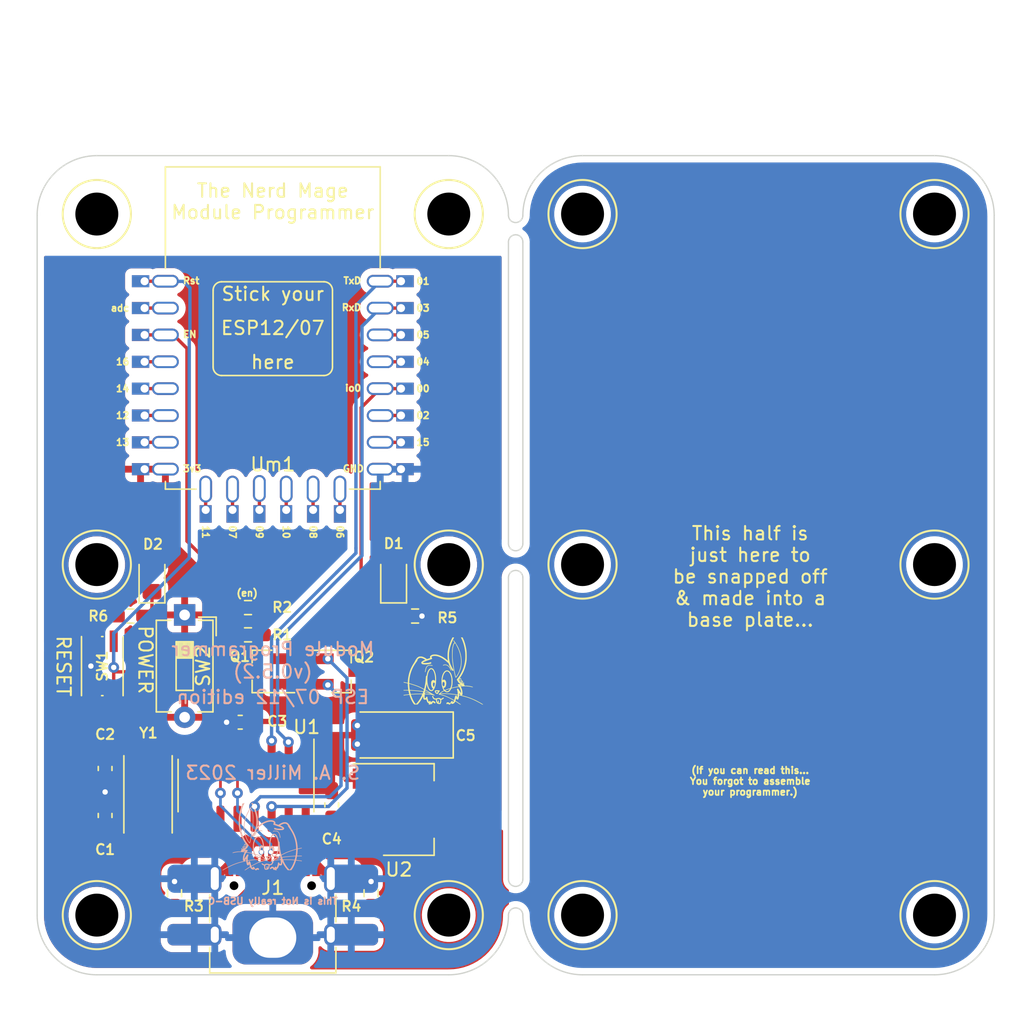
<source format=kicad_pcb>
(kicad_pcb (version 20211014) (generator pcbnew)
  (layers (0 "F.Cu" signal) (31 "B.Cu" signal) (34 "B.Paste" user) (35 "F.Paste" user) (36 "B.SilkS" user "B.Silkscreen") (37 "F.SilkS" user "F.Silkscreen") (38 "B.Mask" user) (39 "F.Mask" user) (44 "Edge.Cuts" user))
  (net 0 "")
  (net 1 "GND")
  (net 2 "Net-(C1-Pad1)")
  (net 3 "Net-(C2-Pad1)")
  (net 4 "RxD")
  (net 5 "TxD")
  (net 6 "RST")
  (net 7 "io0")
  (net 8 "DCD")
  (net 9 "RI")
  (net 10 "DSR")
  (net 11 "CTS")
  (net 12 "DTR")
  (net 13 "RTS")
  (net 14 "Vcc")
  (net 15 "UD+")
  (net 16 "UD-")
  (net 17 "+3.3V")
  (net 19 "EN")
  (net 20 "Vsw")
  (net 23 "CC1")
  (net 24 "CC2")
  (net 25 "Net-(D1-Pad1)")
  (net 26 "Net-(D2-Pad1)")
  (net 27 "unconnected-(Um1-Pad2)")
  (net 28 "io16")
  (net 29 "io14")
  (net 30 "io12")
  (net 31 "io13")
  (net 32 "unconnected-(Um1-Pad10)")
  (net 33 "io2")
  (net 34 "io4")
  (net 35 "unconnected-(Um1-Pad14)")
  (net 36 "unconnected-(Um1-Pad17)")
  (net 37 "unconnected-(Um1-Pad18)")
  (net 38 "unconnected-(Um1-Pad19)")
  (net 39 "unconnected-(Um1-Pad20)")
  (net 40 "unconnected-(Um1-Pad21)")
  (net 41 "unconnected-(Um1-Pad22)")
  (footprint "Tinker:Mount" (layer "F.Cu") (at 163.108 67.919546)
    (fp_text reference "REF**" hide)
    (fp_text value "Mount" hide)
    (pad "" np_thru_hole circle (at 0 0) (size 3.2 3.2) (drill 3.2) (layers *.Mask))
  )
  (footprint "Tinker:C_0603_1608Metric_Pad1.08x0.95mm_HandSolder" (layer "F.Cu") (at 137.51 109.217455 -90)
    (fp_text reference "C2" (at -2.54 0) (layer "F.SilkS") (effects (font (size 0.75 0.75))))
    (fp_text value "20p")
    (pad "1" smd roundrect (at -1.0625 0 270) (size 1.275 0.95) (layers "F.Cu" "F.Paste" "F.Mask") (net 3 "Net-(C2-Pad1)"))
    (pad "2" smd roundrect (at 1.0625 0 270) (size 1.275 0.95) (layers "F.Cu" "F.Paste" "F.Mask") (net 1 "GND"))
  )
  (footprint "Capacitor_Tantalum_SMD:CP_EIA-6032-28_Kemet-C_Pad2.25x2.35mm_HandSolder" (layer "F.Cu") (at 159.505545 106.722019 180)
    (fp_text reference "C5" (at -4.857981 -0.04394) (layer "F.SilkS") (effects (font (size 0.75 0.75))))
    (fp_text value "22uf")
    (pad "1" smd roundrect (at -2.55 0 180) (size 2.25 2.35) (layers "F.Cu" "F.Paste" "F.Mask") (roundrect_rratio 0.1111111111) (net 17 "+3.3V"))
    (pad "2" smd roundrect (at 2.55 0 180) (size 2.25 2.35) (layers "F.Cu" "F.Paste" "F.Mask") (roundrect_rratio 0.1111111111) (net 1 "GND"))
  )
  (footprint "Tinker:Mount" (layer "F.Cu") (at 136.892 120.139455)
    (fp_text reference "REF**" hide)
    (fp_text value "Mount" hide)
    (pad "" np_thru_hole circle (at 0 0) (size 3.2 3.2) (drill 3.2) (layers *.Mask))
  )
  (footprint "Tinker:USB_C_Receptacle_HRO_TYPE-C-31-M-12" (layer "F.Cu") (at 150 120.547455)
    (fp_text reference "J1" (at 0 -2.44) (layer "F.SilkS"))
    (fp_text value "USB_C_Receptacle_USB2.0")
    (pad "" np_thru_hole circle (at -2.89 -2.6) (size 0.65 0.65) (drill 0.65) (layers *.Mask))
    (pad "" np_thru_hole circle (at 2.89 -2.6) (size 0.65 0.65) (drill 0.65) (layers *.Mask))
    (pad "A1" smd rect (at -3.25 -4.045) (size 0.6 1.45) (layers "F.Cu" "F.Paste" "F.Mask") (net 1 "GND"))
    (pad "A4" smd rect (at -2.45 -4.045) (size 0.6 1.45) (layers "F.Cu" "F.Paste" "F.Mask") (net 14 "Vcc"))
    (pad "A5" smd rect (at -1.25 -4.045) (size 0.3 1.45) (layers "F.Cu" "F.Paste" "F.Mask") (net 23 "CC1"))
    (pad "A6" smd rect (at -0.25 -4.045) (size 0.3 1.45) (layers "F.Cu" "F.Paste" "F.Mask") (net 15 "UD+"))
    (pad "A7" smd rect (at 0.25 -4.045) (size 0.3 1.45) (layers "F.Cu" "F.Paste" "F.Mask") (net 16 "UD-"))
    (pad "A8" smd rect (at 1.25 -4.045) (size 0.3 1.45) (layers "F.Cu" "F.Paste" "F.Mask"))
    (pad "A9" smd rect (at 2.45 -4.045) (size 0.6 1.45) (layers "F.Cu" "F.Paste" "F.Mask") (net 14 "Vcc"))
    (pad "A12" smd rect (at 3.25 -4.045) (size 0.6 1.45) (layers "F.Cu" "F.Paste" "F.Mask") (net 1 "GND"))
    (pad "B1" smd rect (at 3.25 -4.045) (size 0.6 1.45) (layers "F.Cu" "F.Paste" "F.Mask") (net 1 "GND"))
    (pad "B4" smd rect (at 2.45 -4.045) (size 0.6 1.45) (layers "F.Cu" "F.Paste" "F.Mask") (net 14 "Vcc"))
    (pad "B5" smd rect (at 1.75 -4.045) (size 0.3 1.45) (layers "F.Cu" "F.Paste" "F.Mask") (net 24 "CC2"))
    (pad "B6" smd rect (at 0.75 -4.045) (size 0.3 1.45) (layers "F.Cu" "F.Paste" "F.Mask") (net 15 "UD+"))
    (pad "B7" smd rect (at -0.75 -4.045) (size 0.3 1.45) (layers "F.Cu" "F.Paste" "F.Mask") (net 16 "UD-"))
    (pad "B8" smd rect (at -1.75 -4.045) (size 0.3 1.45) (layers "F.Cu" "F.Paste" "F.Mask"))
    (pad "B9" smd rect (at -2.45 -4.045) (size 0.6 1.45) (layers "F.Cu" "F.Paste" "F.Mask") (net 14 "Vcc"))
    (pad "B12" smd rect (at -3.25 -4.045) (size 0.6 1.45) (layers "F.Cu" "F.Paste" "F.Mask") (net 1 "GND"))
    (pad "S1" smd roundrect (at -5.846965 -3.118205) (size 4 2.1) (layers "B.Cu" "B.Paste" "B.Mask") (net 1 "GND"))
    (pad "S1" thru_hole oval (at 4.32 -3.13) (size 1 2.1) (drill oval 0.6 1.7) (layers *.Cu *.Mask) (net 1 "GND"))
    (pad "S1" smd roundrect (at 5.096965 -3.118205) (size 2.5 2.1) (layers "F.Cu" "F.Paste" "F.Mask") (net 1 "GND"))
    (pad "S1" smd roundrect (at -5.846965 1.05) (size 4 1.6) (layers "F.Cu" "F.Paste" "F.Mask") (net 1 "GND"))
    (pad "S1" smd roundrect (at -5.846965 1.05) (size 4 1.6) (layers "B.Cu" "B.Paste" "B.Mask") (net 1 "GND"))
    (pad "S1" thru_hole oval (at 4.32 1.05) (size 1 1.6) (drill oval 0.6 1.2) (layers *.Cu *.Mask) (net 1 "GND"))
    (pad "S1" thru_hole oval (at -4.32 1.05) (size 1 1.6) (drill oval 0.6 1.2) (layers *.Cu *.Mask) (net 1 "GND"))
    (pad "S1" thru_hole oval (at -4.32 -3.13) (size 1 2.1) (drill oval 0.6 1.7) (layers *.Cu *.Mask) (net 1 "GND"))
    (pad "S1" smd roundrect (at 5.846965 1.05) (size 4 1.6) (layers "B.Cu" "B.Paste" "B.Mask") (net 1 "GND"))
    (pad "S1" smd roundrect (at 5.846965 1.05) (size 4 1.6) (layers "F.Cu" "F.Paste" "F.Mask") (net 1 "GND"))
    (pad "S1" thru_hole roundrect (at 0 1.27 180) (size 6 4) (drill oval 3.5 3) (layers *.Cu *.Mask) (net 1 "GND"))
    (pad "S1" smd roundrect (at 5.846965 -3.118205) (size 4 2.1) (layers "B.Cu" "B.Paste" "B.Mask") (net 1 "GND"))
    (pad "S1" smd roundrect (at -5.096965 -3.118205) (size 2.5 2.1) (layers "F.Cu" "F.Paste" "F.Mask") (net 1 "GND"))
  )
  (footprint "Tinker:Mount" (layer "F.Cu") (at 199.288 94.029455)
    (fp_text reference "REF**" hide)
    (fp_text value "Mount" hide)
    (pad "" np_thru_hole circle (at 0 0) (size 3.2 3.2) (drill 3.2) (layers *.Mask))
  )
  (footprint "Tinker:R_0603_1608Metric_Pad0.98x0.95mm_HandSolder" (layer "F.Cu") (at 148.154241 97.233483)
    (fp_text reference "R2" (at 2.545759 -0.018765) (layer "F.SilkS") (effects (font (size 0.75 0.75))))
    (fp_text value "10K")
    (pad "1" smd roundrect (at -1.0625 0) (size 1.275 0.95) (layers "F.Cu" "F.Paste" "F.Mask") (net 20 "Vsw"))
    (pad "2" smd roundrect (at 1.0625 0) (size 1.275 0.95) (layers "F.Cu" "F.Paste" "F.Mask") (net 19 "EN"))
  )
  (footprint "Tinker:Mount" (layer "F.Cu") (at 163.108 120.139455)
    (fp_text reference "REF**" hide)
    (fp_text value "Mount" hide)
    (pad "" np_thru_hole circle (at 0 0) (size 3.2 3.2) (drill 3.2) (layers *.Mask))
  )
  (footprint "Crystal:Crystal_SMD_5032-2Pin_5.0x3.2mm" (layer "F.Cu") (at 140.706663 110.967455 90)
    (fp_text reference "Y1" (at 4.39 0.031943) (layer "F.SilkS") (effects (font (size 0.75 0.75))))
    (fp_text value "12M")
    (pad "1" smd rect (at -2.35 0 90) (size 3 2.4) (layers "F.Cu" "F.Paste" "F.Mask") (net 2 "Net-(C1-Pad1)"))
    (pad "2" smd rect (at 2.35 0 90) (size 3 2.4) (layers "F.Cu" "F.Paste" "F.Mask") (net 3 "Net-(C2-Pad1)"))
  )
  (footprint "Tinker:Mount" (layer "F.Cu") (at 173.072 120.139455)
    (fp_text reference "REF**" hide)
    (fp_text value "Mount" hide)
    (pad "" np_thru_hole circle (at 0 0) (size 3.2 3.2) (drill 3.2) (layers *.Mask))
  )
  (footprint "Package_TO_SOT_SMD:SOT-23_Handsoldering" (layer "F.Cu") (at 149.221453 101.990491 180)
    (fp_text reference "Q1" (at 1.674448 1.113434) (layer "F.SilkS") (effects (font (size 0.75 0.75))))
    (fp_text value "MMBT3904")
    (pad "1" smd rect (at -1.5 -0.95 180) (size 1.9 0.8) (layers "F.Cu" "F.Paste" "F.Mask") (net 12 "DTR"))
    (pad "2" smd rect (at -1.5 0.95 180) (size 1.9 0.8) (layers "F.Cu" "F.Paste" "F.Mask") (net 13 "RTS"))
    (pad "3" smd rect (at 1.5 0 180) (size 1.9 0.8) (layers "F.Cu" "F.Paste" "F.Mask") (net 6 "RST"))
  )
  (footprint "Tinker:R_0603_1608Metric_Pad0.98x0.95mm_HandSolder" (layer "F.Cu") (at 142.68 118.507455 90)
    (fp_text reference "R3" (at -0.9668 1.439812) (layer "F.SilkS") (effects (font (size 0.75 0.75))))
    (fp_text value "5k1")
    (pad "1" smd roundrect (at -1.0625 0 90) (size 1.275 0.95) (layers "F.Cu" "F.Paste" "F.Mask") (net 23 "CC1"))
    (pad "2" smd roundrect (at 1.0625 0 90) (size 1.275 0.95) (layers "F.Cu" "F.Paste" "F.Mask") (net 1 "GND"))
  )
  (footprint "Tinker:R_0603_1608Metric_Pad0.98x0.95mm_HandSolder" (layer "F.Cu") (at 157.32 118.507455 90)
    (fp_text reference "R4" (at -0.979818 -1.470937) (layer "F.SilkS") (effects (font (size 0.75 0.75))))
    (fp_text value "5k1")
    (pad "1" smd roundrect (at -1.0625 0 90) (size 1.275 0.95) (layers "F.Cu" "F.Paste" "F.Mask") (net 24 "CC2"))
    (pad "2" smd roundrect (at 1.0625 0 90) (size 1.275 0.95) (layers "F.Cu" "F.Paste" "F.Mask") (net 1 "GND"))
  )
  (footprint "Tinker:Mount" (layer "F.Cu") (at 136.892 94.029455)
    (fp_text reference "REF**" hide)
    (fp_text value "Mount" hide)
    (pad "" np_thru_hole circle (at 0 0) (size 3.2 3.2) (drill 3.2) (layers *.Mask))
  )
  (footprint "Tinker:SW_DIP_SPSTx01_Slide_6.7x4.1mm_W7.62mm_P2.54mm_LowProfile" (layer "F.Cu") (at 143.433 101.590491 -90)
    (fp_text reference "SW2" (at 0.009624 -1.373823 90) (layer "F.SilkS"))
    (fp_text value "SW_DIP_x01")
    (pad "1" thru_hole rect (at -3.81 0 270) (size 1.6 1.6) (drill 0.8) (layers *.Cu *.Mask) (net 20 "Vsw"))
    (pad "2" thru_hole oval (at 3.81 0 270) (size 1.6 1.6) (drill 0.8) (layers *.Cu *.Mask) (net 17 "+3.3V"))
  )
  (footprint "Tinker:C_0603_1608Metric_Pad1.08x0.95mm_HandSolder" (layer "F.Cu") (at 154.387518 111.930933 90)
    (fp_text reference "C4" (at -2.54 0) (layer "F.SilkS") (effects (font (size 0.75 0.75))))
    (fp_text value "100nf")
    (pad "1" smd roundrect (at -1.0625 0 90) (size 1.275 0.95) (layers "F.Cu" "F.Paste" "F.Mask") (net 14 "Vcc"))
    (pad "2" smd roundrect (at 1.0625 0 90) (size 1.275 0.95) (layers "F.Cu" "F.Paste" "F.Mask") (net 1 "GND"))
  )
  (footprint "Package_SO:SOIC-16_3.9x9.9mm_P1.27mm" (layer "F.Cu") (at 148.005 110.487455 -90)
    (fp_text reference "U1" (at -4.358951 -4.515147) (layer "F.SilkS"))
    (fp_text value "CH340G")
    (pad "1" smd roundrect (at -2.475 -4.445 270) (size 1.95 0.6) (layers "F.Cu" "F.Paste" "F.Mask") (net 1 "GND"))
    (pad "2" smd roundrect (at -2.475 -3.175 270) (size 1.95 0.6) (layers "F.Cu" "F.Paste" "F.Mask") (net 4 "RxD"))
    (pad "3" smd roundrect (at -2.475 -1.905 270) (size 1.95 0.6) (layers "F.Cu" "F.Paste" "F.Mask") (net 5 "TxD"))
    (pad "4" smd roundrect (at -2.475 -0.635 270) (size 1.95 0.6) (layers "F.Cu" "F.Paste" "F.Mask") (net 17 "+3.3V"))
    (pad "5" smd roundrect (at -2.475 0.635 270) (size 1.95 0.6) (layers "F.Cu" "F.Paste" "F.Mask") (net 15 "UD+"))
    (pad "6" smd roundrect (at -2.475 1.905 270) (size 1.95 0.6) (layers "F.Cu" "F.Paste" "F.Mask") (net 16 "UD-"))
    (pad "7" smd roundrect (at -2.475 3.175 270) (size 1.95 0.6) (layers "F.Cu" "F.Paste" "F.Mask") (net 2 "Net-(C1-Pad1)"))
    (pad "8" smd roundrect (at -2.475 4.445 270) (size 1.95 0.6) (layers "F.Cu" "F.Paste" "F.Mask") (net 3 "Net-(C2-Pad1)"))
    (pad "9" smd roundrect (at 2.475 4.445 270) (size 1.95 0.6) (layers "F.Cu" "F.Paste" "F.Mask") (net 11 "CTS"))
    (pad "10" smd roundrect (at 2.475 3.175 270) (size 1.95 0.6) (layers "F.Cu" "F.Paste" "F.Mask") (net 10 "DSR"))
    (pad "11" smd roundrect (at 2.475 1.905 270) (size 1.95 0.6) (layers "F.Cu" "F.Paste" "F.Mask") (net 9 "RI"))
    (pad "12" smd roundrect (at 2.475 0.635 270) (size 1.95 0.6) (layers "F.Cu" "F.Paste" "F.Mask") (net 8 "DCD"))
    (pad "13" smd roundrect (at 2.475 -0.635 270) (size 1.95 0.6) (layers "F.Cu" "F.Paste" "F.Mask") (net 12 "DTR"))
    (pad "14" smd roundrect (at 2.475 -1.905 270) (size 1.95 0.6) (layers "F.Cu" "F.Paste" "F.Mask") (net 13 "RTS"))
    (pad "15" smd roundrect (at 2.475 -3.175 270) (size 1.95 0.6) (layers "F.Cu" "F.Paste" "F.Mask"))
    (pad "16" smd roundrect (at 2.475 -4.445 270) (size 1.95 0.6) (layers "F.Cu" "F.Paste" "F.Mask") (net 14 "Vcc"))
  )
  (footprint "Tinker:R_0603_1608Metric_Pad0.98x0.95mm_HandSolder" (layer "F.Cu") (at 160.6 97.862287)
    (fp_text reference "R5" (at 2.4 0.134539 180) (layer "F.SilkS") (effects (font (size 0.75 0.75))))
    (fp_text value "2K2")
    (pad "1" smd roundrect (at -1.0625 0) (size 1.275 0.95) (layers "F.Cu" "F.Paste" "F.Mask") (net 25 "Net-(D1-Pad1)"))
    (pad "2" smd roundrect (at 1.0625 0) (size 1.275 0.95) (layers "F.Cu" "F.Paste" "F.Mask") (net 1 "GND"))
  )
  (footprint "Rabbit:rabbit" (layer "F.Cu") (at 163.073996 101.952784)
    (fp_text reference "G***" hide)
    (fp_text value "LOGO" hide)
  )
  (footprint "Tinker:Mount" (layer "F.Cu") (at 173.072 67.919546)
    (fp_text reference "REF**" hide)
    (fp_text value "Mount" hide)
    (pad "" np_thru_hole circle (at 0 0) (size 3.2 3.2) (drill 3.2) (layers *.Mask))
  )
  (footprint "Tinker:Mount" (layer "F.Cu") (at 173.072 94.029455)
    (fp_text reference "REF**" hide)
    (fp_text value "Mount" hide)
    (pad "" np_thru_hole circle (at 0 0) (size 3.2 3.2) (drill 3.2) (layers *.Mask))
  )
  (footprint "Tinker:SW_Push_TS273014TP" (layer "F.Cu") (at 137.3 101.590491 -90)
    (fp_text reference "SW1" (at 0 0 90) (layer "F.SilkS") (effects (font (size 0.75 0.75))))
    (fp_text value "SW_Push")
    (pad "1" smd rect (at -1.85 -0.85 270) (size 1.6 0.6) (layers "F.Cu" "F.Paste" "F.Mask") (net 6 "RST"))
    (pad "1" smd rect (at 1.85 -0.85 270) (size 1.6 0.6) (layers "F.Cu" "F.Paste" "F.Mask") (net 6 "RST"))
    (pad "2" smd rect (at -1.85 0.85 270) (size 1.6 0.6) (layers "F.Cu" "F.Paste" "F.Mask") (net 1 "GND"))
    (pad "2" smd rect (at 1.85 0.85 270) (size 1.6 0.6) (layers "F.Cu" "F.Paste" "F.Mask") (net 1 "GND"))
  )
  (footprint "Tinker:Mount" (layer "F.Cu") (at 136.892 67.919546)
    (fp_text reference "REF**" hide)
    (fp_text value "Mount" hide)
    (pad "" np_thru_hole circle (at 0 0) (size 3.2 3.2) (drill 3.2) (layers *.Mask))
  )
  (footprint "Package_TO_SOT_SMD:SOT-23_Handsoldering" (layer "F.Cu") (at 155.08 101.994172)
    (fp_text reference "Q2" (at 1.710332 -1.073861) (layer "F.SilkS") (effects (font (size 0.75 0.75))))
    (fp_text value "MMBT3904")
    (pad "1" smd rect (at -1.5 -0.95) (size 1.9 0.8) (layers "F.Cu" "F.Paste" "F.Mask") (net 13 "RTS"))
    (pad "2" smd rect (at -1.5 0.95) (size 1.9 0.8) (layers "F.Cu" "F.Paste" "F.Mask") (net 12 "DTR"))
    (pad "3" smd rect (at 1.5 0) (size 1.9 0.8) (layers "F.Cu" "F.Paste" "F.Mask") (net 7 "io0"))
  )
  (footprint "Tinker:R_0603_1608Metric_Pad0.98x0.95mm_HandSolder" (layer "F.Cu") (at 139.4 97.862287 180)
    (fp_text reference "R6" (at 2.4 -0.00632 180) (layer "F.SilkS") (effects (font (size 0.75 0.75))))
    (fp_text value "2K2")
    (pad "1" smd roundrect (at -1.0625 0 180) (size 1.275 0.95) (layers "F.Cu" "F.Paste" "F.Mask") (net 26 "Net-(D2-Pad1)"))
    (pad "2" smd roundrect (at 1.0625 0 180) (size 1.275 0.95) (layers "F.Cu" "F.Paste" "F.Mask") (net 1 "GND"))
  )
  (footprint "Tinker:Mount" (layer "F.Cu") (at 199.288 67.919546)
    (fp_text reference "REF**" hide)
    (fp_text value "Mount" hide)
    (pad "" np_thru_hole circle (at 0 0) (size 3.2 3.2) (drill 3.2) (layers *.Mask))
  )
  (footprint "LED_SMD:LED_0805_2012Metric_Pad1.15x1.40mm_HandSolder" (layer "F.Cu") (at 159 95.025 90)
    (fp_text reference "D1" (at 2.560701 0.00966) (layer "F.SilkS") (effects (font (size 0.75 0.75))))
    (fp_text value "LED")
    (pad "1" smd roundrect (at -1.025 0 90) (size 1.15 1.4) (layers "F.Cu" "F.Paste" "F.Mask") (roundrect_rratio 0.2173913043) (net 25 "Net-(D1-Pad1)"))
    (pad "2" smd roundrect (at 1.025 0 90) (size 1.15 1.4) (layers "F.Cu" "F.Paste" "F.Mask") (roundrect_rratio 0.2173913043) (net 17 "+3.3V"))
  )
  (footprint "Tinker:C_0603_1608Metric_Pad1.08x0.95mm_HandSolder" (layer "F.Cu") (at 137.51 112.717455 90)
    (fp_text reference "C1" (at -2.54 0) (layer "F.SilkS") (effects (font (size 0.75 0.75))))
    (fp_text value "20p")
    (pad "1" smd roundrect (at -1.0625 0 90) (size 1.275 0.95) (layers "F.Cu" "F.Paste" "F.Mask") (net 2 "Net-(C1-Pad1)"))
    (pad "2" smd roundrect (at 1.0625 0 90) (size 1.275 0.95) (layers "F.Cu" "F.Paste" "F.Mask") (net 1 "GND"))
  )
  (footprint "LED_SMD:LED_0805_2012Metric_Pad1.15x1.40mm_HandSolder" (layer "F.Cu") (at 141 95.025 90)
    (fp_text reference "D2" (at 2.511709 0.071764 180) (layer "F.SilkS") (effects (font (size 0.75 0.75))))
    (fp_text value "LED")
    (pad "1" smd roundrect (at -1.025 0 90) (size 1.15 1.4) (layers "F.Cu" "F.Paste" "F.Mask") (roundrect_rratio 0.2173913043) (net 26 "Net-(D2-Pad1)"))
    (pad "2" smd roundrect (at 1.025 0 90) (size 1.15 1.4) (layers "F.Cu" "F.Paste" "F.Mask") (roundrect_rratio 0.2173913043) (net 20 "Vsw"))
  )
  (footprint "Tinker:Mount" (layer "F.Cu") (at 199.288 120.139455)
    (fp_text reference "REF**" hide)
    (fp_text value "Mount" hide)
    (pad "" np_thru_hole circle (at 0 0) (size 3.2 3.2) (drill 3.2) (layers *.Mask))
  )
  (footprint "Package_TO_SOT_SMD:SOT-223-3_TabPin2" (layer "F.Cu") (at 160.105545 112.273364)
    (fp_text reference "U2" (at -0.711477 4.476729) (layer "F.SilkS"))
    (fp_text value "AMS1117-3.3")
    (pad "1" smd rect (at -3.15 -2.3) (size 2 1.5) (layers "F.Cu" "F.Paste" "F.Mask") (net 1 "GND"))
    (pad "2" smd rect (at -3.15 0) (size 2 1.5) (layers "F.Cu" "F.Paste" "F.Mask") (net 17 "+3.3V"))
    (pad "2" smd rect (at 3.15 0) (size 2 3.8) (layers "F.Cu" "F.Paste" "F.Mask") (net 17 "+3.3V"))
    (pad "3" smd rect (at -3.15 2.3) (size 2 1.5) (layers "F.Cu" "F.Paste" "F.Mask") (net 14 "Vcc"))
  )
  (footprint "Tinker:ESP-12 (FlexyPin)" (layer "F.Cu") (at 150 76.408046)
    (fp_text reference "Um1" (at 0 10.16 unlocked) (layer "F.SilkS"))
    (fp_text value "ESP-12")
    (fp_text user "here" (at 0 2.54 unlocked) (layer "F.SilkS"))
    (fp_text user "07" (at -3 14.64 270 unlocked) (layer "F.SilkS") (effects (font (size 0.5 0.5) (thickness 0.125)) (justify left)))
    (fp_text user "08" (at 3 14.64 270 unlocked) (layer "F.SilkS") (effects (font (size 0.5 0.5) (thickness 0.125)) (justify left)))
    (fp_text user "10" (at 1 14.64 270 unlocked) (layer "F.SilkS") (effects (font (size 0.5 0.5) (thickness 0.125)) (justify left)))
    (fp_text user "GND" (at 6.844307 10.476008) (layer "F.SilkS") (effects (font (size 0.5 0.5) (thickness 0.125)) (justify right)))
    (fp_text user "06" (at 5 14.64 270 unlocked) (layer "F.SilkS") (effects (font (size 0.5 0.5) (thickness 0.125)) (justify left)))
    (fp_text user "Rst" (at -6.755693 -3.523992) (layer "F.SilkS") (effects (font (size 0.5 0.5) (thickness 0.125)) (justify left)))
    (fp_text user "16" (at -10.63 2.515 unlocked) (layer "F.SilkS") (effects (font (size 0.5 0.5) (thickness 0.125)) (justify right)))
    (fp_text user "Stick your" (at 0 -2.54 unlocked) (layer "F.SilkS"))
    (fp_text user "EN" (at -6.755693 0.476008) (layer "F.SilkS") (effects (font (size 0.5 0.5) (thickness 0.125)) (justify left)))
    (fp_text user "adc" (at -10.63 -1.485 unlocked) (layer "F.SilkS") (effects (font (size 0.5 0.5) (thickness 0.125)) (justify right)))
    (fp_text user "TxD" (at 6.644307 -3.523992) (layer "F.SilkS") (effects (font (size 0.5 0.5) (thickness 0.125)) (justify right)))
    (fp_text user "02" (at 10.63 6.515 unlocked) (layer "F.SilkS") (effects (font (size 0.5 0.5) (thickness 0.125)) (justify left)))
    (fp_text user "03" (at 10.63 -1.485 unlocked) (layer "F.SilkS") (effects (font (size 0.5 0.5) (thickness 0.125)) (justify left)))
    (fp_text user "13" (at -10.63 8.515 unlocked) (layer "F.SilkS") (effects (font (size 0.5 0.5) (thickness 0.125)) (justify right)))
    (fp_text user "11" (at -5 14.64 270 unlocked) (layer "F.SilkS") (effects (font (size 0.5 0.5) (thickness 0.125)) (justify left)))
    (fp_text user "04" (at 10.63 2.515 unlocked) (layer "F.SilkS") (effects (font (size 0.5 0.5) (thickness 0.125)) (justify left)))
    (fp_text user "3v3" (at -6.755693 10.476008) (layer "F.SilkS") (effects (font (size 0.5 0.5) (thickness 0.125)) (justify left)))
    (fp_text user "ESP12/07" (at 0 0 unlocked) (layer "F.SilkS"))
    (fp_text user "14" (at -10.63 4.515 unlocked) (layer "F.SilkS") (effects (font (size 0.5 0.5) (thickness 0.125)) (justify right)))
    (fp_text user "09" (at -1 14.64 270 unlocked) (layer "F.SilkS") (effects (font (size 0.5 0.5) (thickness 0.125)) (justify left)))
    (fp_text user "01" (at 10.63 -3.485 unlocked) (layer "F.SilkS") (effects (font (size 0.5 0.5) (thickness 0.125)) (justify left)))
    (fp_text user "05" (at 10.63 0.515 unlocked) (layer "F.SilkS") (effects (font (size 0.5 0.5) (thickness 0.125)) (justify left)))
    (fp_text user "00" (at 10.63 4.515 unlocked) (layer "F.SilkS") (effects (font (size 0.5 0.5) (thickness 0.125)) (justify left)))
    (fp_text user "io0" (at 6.644307 4.476008) (layer "F.SilkS") (effects (font (size 0.5 0.5) (thickness 0.125)) (justify right)))
    (fp_text user "RxD" (at 6.644307 -1.523992) (layer "F.SilkS") (effects (font (size 0.5 0.5) (thickness 0.125)) (justify right)))
    (fp_text user "12" (at -10.63 6.515 unlocked) (layer "F.SilkS") (effects (font (size 0.5 0.5) (thickness 0.125)) (justify right)))
    (fp_text user "15" (at 10.63 8.515 unlocked) (layer "F.SilkS") (effects (font (size 0.5 0.5) (thickness 0.125)) (justify left)))
    (pad "1" thru_hole rect (at -9.55 -3.485) (size 1.3 0.9) (drill 0.6 (offset -0.3 0)) (layers *.Cu *.Mask) (net 6 "RST"))
    (pad "1" thru_hole oval (at -8 -3.485) (size 2 0.95) (drill oval 1.7 0.65) (layers *.Cu *.Mask) (net 6 "RST"))
    (pad "2" thru_hole oval (at -8 -1.485) (size 2 0.95) (drill oval 1.7 0.65) (layers *.Cu *.Mask) (net 27 "unconnected-(Um1-Pad2)"))
    (pad "2" thru_hole rect (at -9.55 -1.485) (size 1.3 0.9) (drill 0.6 (offset -0.3 0)) (layers *.Cu *.Mask) (net 27 "unconnected-(Um1-Pad2)"))
    (pad "3" thru_hole rect (at -9.55 0.515) (size 1.3 0.9) (drill 0.6 (offset -0.3 0)) (layers *.Cu *.Mask) (net 19 "EN"))
    (pad "3" thru_hole oval (at -8 0.515) (size 2 0.95) (drill oval 1.7 0.65) (layers *.Cu *.Mask) (net 19 "EN"))
    (pad "4" thru_hole rect (at -9.55 2.515) (size 1.3 0.9) (drill 0.6 (offset -0.3 0)) (layers *.Cu *.Mask) (net 28 "io16"))
    (pad "4" thru_hole oval (at -8 2.515) (size 2 0.95) (drill oval 1.7 0.65) (layers *.Cu *.Mask) (net 28 "io16"))
    (pad "5" thru_hole oval (at -8 4.515) (size 2 0.95) (drill oval 1.7 0.65) (layers *.Cu *.Mask) (net 29 "io14"))
    (pad "5" thru_hole rect (at -9.55 4.515) (size 1.3 0.9) (drill 0.6 (offset -0.3 0)) (layers *.Cu *.Mask) (net 29 "io14"))
    (pad "6" thru_hole rect (at -9.55 6.515) (size 1.3 0.9) (drill 0.6 (offset -0.3 0)) (layers *.Cu *.Mask) (net 30 "io12"))
    (pad "6" thru_hole oval (at -8 6.515) (size 2 0.95) (drill oval 1.7 0.65) (layers *.Cu *.Mask) (net 30 "io12"))
    (pad "7" thru_hole rect (at -9.55 8.515) (size 1.3 0.9) (drill 0.6 (offset -0.3 0)) (layers *.Cu *.Mask) (net 31 "io13"))
    (pad "7" thru_hole oval (at -8 8.515) (size 2 0.95) (drill oval 1.7 0.65) (layers *.Cu *.Mask) (net 31 "io13"))
    (pad "8" thru_hole oval (at -8 10.515) (size 2 0.95) (drill oval 1.7 0.65) (layers *.Cu *.Mask) (net 20 "Vsw"))
    (pad "8" thru_hole rect (at -9.55 10.515) (size 1.3 0.9) (drill 0.6 (offset -0.3 0)) (layers *.Cu *.Mask) (net 20 "Vsw"))
    (pad "9" thru_hole oval (at 8 10.515 180) (size 2 0.95) (drill oval 1.7 0.65) (layers *.Cu *.Mask) (net 1 "GND"))
    (pad "9" thru_hole rect (at 9.55 10.515 180) (size 1.3 0.9) (drill 0.6 (offset -0.3 0)) (layers *.Cu *.Mask) (net 1 "GND"))
    (pad "10" thru_hole rect (at 9.55 8.515 180) (size 1.3 0.9) (drill 0.6 (offset -0.3 0)) (layers *.Cu *.Mask) (net 32 "unconnected-(Um1-Pad10)"))
    (pad "10" thru_hole oval (at 8 8.515 180) (size 2 0.95) (drill oval 1.7 0.65) (layers *.Cu *.Mask) (net 32 "unconnected-(Um1-Pad10)"))
    (pad "11" thru_hole rect (at 9.55 6.515 180) (size 1.3 0.9) (drill 0.6 (offset -0.3 0)) (layers *.Cu *.Mask) (net 33 "io2"))
    (pad "11" thru_hole oval (at 8 6.515 180) (size 2 0.95) (drill oval 1.7 0.65) (layers *.Cu *.Mask) (net 33 "io2"))
    (pad "12" thru_hole rect (at 9.55 4.515 180) (size 1.3 0.9) (drill 0.6 (offset -0.3 0)) (layers *.Cu *.Mask) (net 7 "io0"))
    (pad "12" thru_hole oval (at 8 4.515 180) (size 2 0.95) (drill oval 1.7 0.65) (layers *.Cu *.Mask) (net 7 "io0"))
    (pad "13" thru_hole oval (at 8 2.515 180) (size 2 0.95) (drill oval 1.7 0.65) (layers *.Cu *.Mask) (net 34 "io4"))
    (pad "13" thru_hole rect (at 9.55 2.515 180) (size 1.3 0.9) (drill 0.6 (offset -0.3 0)) (layers *.Cu *.Mask) (net 34 "io4"))
    (pad "14" thru_hole oval (at 8 0.515 180) (size 2 0.95) (drill oval 1.7 0.65) (layers *.Cu *.Mask) (net 35 "unconnected-(Um1-Pad14)"))
    (pad "14" thru_hole rect (at 9.55 0.515 180) (size 1.3 0.9) (drill 0.6 (offset -0.3 0)) (layers *.Cu *.Mask) (net 35 "unconnected-(Um1-Pad14)"))
    (pad "15" thru_hole oval (at 8 -1.485 180) (size 2 0.95) (drill oval 1.7 0.65) (layers *.Cu *.Mask) (net 4 "RxD"))
    (pad "15" thru_hole rect (at 9.55 -1.485 180) (size 1.3 0.9) (drill 0.6 (offset -0.3 0)) (layers *.Cu *.Mask) (net 4 "RxD"))
    (pad "16" thru_hole oval (at 8 -3.485 180) (size 2 0.95) (drill oval 1.7 0.65) (layers *.Cu *.Mask) (net 5 "TxD"))
    (pad "16" thru_hole rect (at 9.55 -3.485 180) (size 1.3 0.9) (drill 0.6 (offset -0.3 0)) (layers *.Cu *.Mask) (net 5 "TxD"))
    (pad "17" thru_hole oval (at -5 12 90) (size 2 0.95) (drill oval 1.7 0.65) (layers *.Cu *.Mask) (net 36 "unconnected-(Um1-Pad17)"))
    (pad "17" thru_hole rect (at -5 13.55 90) (size 1.3 0.9) (drill 0.6 (offset -0.3 0)) (layers *.Cu *.Mask) (net 36 "unconnected-(Um1-Pad17)"))
    (pad "18" thru_hole oval (at -3 12 90) (size 2 0.95) (drill oval 1.7 0.65) (layers *.Cu *.Mask) (net 37 "unconnected-(Um1-Pad18)"))
    (pad "18" thru_hole rect (at -3 13.55 90) (size 1.3 0.9) (drill 0.6 (offset -0.3 0)) (layers *.Cu *.Mask) (net 37 "unconnected-(Um1-Pad18)"))
    (pad "19" thru_hole rect (at -1 13.55 90) (size 1.3 0.9) (drill 0.6 (offset -0.3 0)) (layers *.Cu *.Mask) (net 38 "unconnected-(Um1-Pad19)"))
    (pad "19" thru_hole oval (at -1 11.95 90) (size 2 0.95) (drill oval 1.7 0.65) (layers *.Cu *.Mask) (net 38 "unconnected-(Um1-Pad19)"))
    (pad "20" thru_hole oval (at 1 12 90) (size 2 0.95) (drill oval 1.7 0.65) (layers *.Cu *.Mask) (net 39 "unconnected-(Um1-Pad20)"))
    (pad "20" thru_hole rect (at 1 13.55 90) (size 1.3 0.9) (drill 0.6 (offset -0.3 0)) (layers *.Cu *.Mask) (net 39 "unconnected-(Um1-Pad20)"))
    (pad "21" thru_hole oval (at 3 12 90) (size 2 0.95) (drill oval 1.7 0.65) (layers *.Cu *.Mask) (net 40 "unconnected-(Um1-Pad21)"))
    (pad "21" thru_hole rect (at 3 13.55 90) (size 1.3 0.9) (drill 0.6 (offset -0.3 0)) (layers *.Cu *.Mask) (net 40 "unconnected-(Um1-Pad21)"))
    (pad "22" thru_hole rect (at 5 13.55 90) (size 1.3 0.9) (drill 0.6 (offset -0.3 0)) (layers *.Cu *.Mask) (net 41 "unconnected-(Um1-Pad22)"))
    (pad "22" thru_hole oval (at 5 12 90) (size 2 0.95) (drill oval 1.7 0.65) (layers *.Cu *.Mask) (net 41 "unconnected-(Um1-Pad22)"))
    (zone (net 0) (net_name "") (layers F&B.Cu) (name "Antenna") (connect_pads (clearance 0)) (min_thickness 0.254)
      (keepout (tracks not_allowed) (vias not_allowed) (pads not_allowed) (copperpour not_allowed) (footprints allowed))
      (fill (thermal_gap 0.508) (thermal_bridge_width 0.508))
      (polygon (pts (xy 167.875035 71.025383) (xy 131.680035 71.025383) (xy 131.680035 51.975383) (xy 167.875035 51.975383)))
    )
  )
  (footprint "Tinker:C_0603_1608Metric_Pad1.08x0.95mm_HandSolder" (layer "F.Cu") (at 147.57359 105.77372 180)
    (fp_text reference "C3" (at -2.75772 0.06892) (layer "F.SilkS") (effects (font (size 0.75 0.75))))
    (fp_text value "10nf")
    (pad "1" smd roundrect (at -1.0625 0 180) (size 1.275 0.95) (layers "F.Cu" "F.Paste" "F.Mask") (net 17 "+3.3V"))
    (pad "2" smd roundrect (at 1.0625 0 180) (size 1.275 0.95) (layers "F.Cu" "F.Paste" "F.Mask") (net 1 "GND"))
  )
  (footprint "Tinker:R_0603_1608Metric_Pad0.98x0.95mm_HandSolder" (layer "F.Cu") (at 148.154241 99.262498)
    (fp_text reference "R1" (at 2.545759 0.006202) (layer "F.SilkS") (effects (font (size 0.75 0.75))))
    (fp_text value "10K")
    (pad "1" smd roundrect (at -1.0625 0) (size 1.275 0.95) (layers "F.Cu" "F.Paste" "F.Mask") (net 20 "Vsw"))
    (pad "2" smd roundrect (at 1.0625 0) (size 1.275 0.95) (layers "F.Cu" "F.Paste" "F.Mask") (net 6 "RST"))
  )
  (footprint "Tinker:Mount" (layer "F.Cu") (at 163.108 94.029455)
    (fp_text reference "REF**" hide)
    (fp_text value "Mount" hide)
    (pad "" np_thru_hole circle (at 0 0) (size 3.2 3.2) (drill 3.2) (layers *.Mask))
  )
  (footprint "Rabbit:rabbit" (layer "B.Cu") (at 148.83 114.297455 180)
    (fp_text reference "G***" hide)
    (fp_text value "LOGO" hide)
  )
  (gr_line (start 163.108 63.569635) (end 136.892001 63.569636) (layer "Edge.Cuts") (width 0.1))
  (gr_arc (start 132.447 68.014637) (mid 133.748927 64.871552) (end 136.892001 63.569636) (layer "Edge.Cuts") (width 0.1))
  (gr_arc (start 203.733 120.139454) (mid 202.431112 123.282566) (end 199.288 124.584454) (layer "Edge.Cuts") (width 0.1))
  (gr_arc (start 168.627 68.014637) (mid 169.928943 64.871579) (end 173.072001 63.569636) (layer "Edge.Cuts") (width 0.1))
  (gr_arc (start 199.288 63.569635) (mid 202.431083 64.871553) (end 203.733001 68.014636) (layer "Edge.Cuts") (width 0.1))
  (gr_arc (start 173.072 124.584454) (mid 169.92892 123.282534) (end 168.627 120.139454) (layer "Edge.Cuts") (width 0.1))
  (gr_arc (start 167.553 120.139454) (mid 166.25109 123.282544) (end 163.108 124.584454) (layer "Edge.Cuts") (width 0.1))
  (gr_line (start 203.733 120.139454) (end 203.733001 68.014636) (layer "Edge.Cuts") (width 0.1))
  (gr_arc (start 168.627 92.463) (mid 168.09 93) (end 167.553 92.463) (layer "Edge.Cuts") (width 0.1))
  (gr_arc (start 167.553 95) (mid 168.09 94.463) (end 168.627 95) (layer "Edge.Cuts") (width 0.1))
  (gr_arc (start 163.108 63.569635) (mid 166.251113 64.871542) (end 167.553001 68.014636) (layer "Edge.Cuts") (width 0.1))
  (gr_arc (start 167.553 70) (mid 168.09 69.463) (end 168.627 70) (layer "Edge.Cuts") (width 0.1))
  (gr_arc (start 167.553 120.139454) (mid 168.09 119.602454) (end 168.627 120.139454) (layer "Edge.Cuts") (width 0.1))
  (gr_line (start 168.627 95) (end 168.627 117.463) (layer "Edge.Cuts") (width 0.1))
  (gr_line (start 136.892 124.584454) (end 163.108 124.584454) (layer "Edge.Cuts") (width 0.1))
  (gr_arc (start 168.627 117.463) (mid 168.09 118) (end 167.553 117.463) (layer "Edge.Cuts") (width 0.1))
  (gr_line (start 199.288 63.569635) (end 173.072001 63.569636) (layer "Edge.Cuts") (width 0.1))
  (gr_line (start 173.072 124.584454) (end 199.288 124.584454) (layer "Edge.Cuts") (width 0.1))
  (gr_arc (start 168.627 68.014637) (mid 168.09 68.551637) (end 167.553 68.014637) (layer "Edge.Cuts") (width 0.1))
  (gr_line (start 132.447 68.014637) (end 132.447 120.139454) (layer "Edge.Cuts") (width 0.1))
  (gr_line (start 167.553 92.463) (end 167.553 70) (layer "Edge.Cuts") (width 0.1))
  (gr_arc (start 136.892 124.584454) (mid 133.748911 123.282544) (end 132.447 120.139454) (layer "Edge.Cuts") (width 0.1))
  (gr_line (start 167.553 95) (end 167.553 117.463) (layer "Edge.Cuts") (width 0.1))
  (gr_line (start 168.627 70) (end 168.627 92.463) (layer "Edge.Cuts") (width 0.1))
  (gr_text "ESP 07/12 edition" (at 150 103.896439) (layer "B.SilkS") (effects (font (size 1 1)) (justify mirror)))
  (gr_text "Module Programmer" (at 150 100.327455) (layer "B.SilkS") (effects (font (size 1 1)) (justify mirror)))
  (gr_text "This is Not really USB-C" (at 150 119.095825) (layer "B.SilkS") (effects (font (size 0.5 0.5) (thickness 0.125)) (justify mirror)))
  (gr_text "S. A. Miller 2023" (at 150 109.541155) (layer "B.SilkS") (effects (font (size 1 1)) (justify mirror)))
  (gr_text "(v0.5.2)" (at 150 101.997455) (layer "B.SilkS") (effects (font (size 1 1)) (justify mirror)))
  (gr_text "POWER" (at 140.509453 101.121199 270) (layer "F.SilkS") (effects (font (size 1 1))))
  (gr_text "(en)" (at 148.089211 96.15124) (layer "F.SilkS") (effects (font (size 0.5 0.5) (thickness 0.125))))
  (gr_text "(If you can read this...\nYou forgot to assemble\nyour programmer.)" (at 185.56 110.16) (layer "F.SilkS") (effects (font (size 0.5 0.5) (thickness 0.125))))
  (gr_text "This half is\njust here to\nbe snapped off\n& made into a\nbase plate..." (at 185.56 94.92) (layer "F.SilkS") (effects (font (size 1 1))))
  (gr_text "RESET" (at 134.409789 101.590491 270) (layer "F.SilkS") (effects (font (size 1 1))))
  (gr_text "The Nerd Mage\nModule Programmer" (at 150 66.98) (layer "F.SilkS") (effects (font (size 1 1))))
  (segment (start 146.595 116.502455) (end 145.68 117.417455) (width 0.6) (layer "F.Cu") (net 1))
  (segment (start 146.75 116.502455) (end 146.595 116.502455) (width 0.6) (layer "F.Cu") (net 1))
  (segment (start 153.25 116.502455) (end 153.405 116.502455) (width 0.6) (layer "F.Cu") (net 1))
  (segment (start 142.68 117.637455) (end 144.69483 117.637455) (width 0.25) (layer "F.Cu") (net 1))
  (segment (start 153.405 116.502455) (end 154.32 117.417455) (width 0.6) (layer "F.Cu") (net 1))
  (segment (start 136.45 98.461045) (end 136.45 99.740491) (width 0.25) (layer "F.Cu") (net 1))
  (segment (start 138.3375 97.862287) (end 137.048758 97.862287) (width 0.25) (layer "F.Cu") (net 1))
  (segment (start 158 86.923046) (end 159.55 86.923046) (width 0.25) (layer "F.Cu") (net 1))
  (segment (start 136.45 99.740491) (end 136.45 103.440491) (width 0.25) (layer "F.Cu") (net 1))
  (segment (start 157.32 117.637455) (end 155.30517 117.637455) (width 0.25) (layer "F.Cu") (net 1))
  (segment (start 144.69483 117.637455) (end 144.903035 117.42925) (width 0.25) (layer "F.Cu") (net 1))
  (segment (start 155.30517 117.637455) (end 155.096965 117.42925) (width 0.25) (layer "F.Cu") (net 1))
  (segment (start 137.048758 97.862287) (end 136.45 98.461045) (width 0.25) (layer "F.Cu") (net 1))
  (via (at 146.55759 105.77372) (size 0.8) (drill 0.4) (layers "F.Cu" "B.Cu") (net 1))
  (via (at 142.68 117.637455) (size 0.8) (drill 0.4) (layers "F.Cu" "B.Cu") (net 1))
  (via (at 137.51 110.967455) (size 0.8) (drill 0.4) (layers "F.Cu" "B.Cu") (net 1))
  (via (at 156.3 106.015601) (size 0.8) (drill 0.4) (layers "F.Cu" "B.Cu") (net 1))
  (via (at 161.110836 97.866252) (size 0.8) (drill 0.4) (layers "F.Cu" "B.Cu") (net 1))
  (via (at 156.3 107.402273) (size 0.8) (drill 0.4) (layers "F.Cu" "B.Cu") (net 1))
  (via (at 157.32 117.637455) (size 0.8) (drill 0.4) (layers "F.Cu" "B.Cu") (net 1))
  (via (at 136.45 101.590491) (size 0.8) (drill 0.4) (layers "F.Cu" "B.Cu") (net 1))
  (segment (start 137.51 113.579955) (end 137.7725 113.317455) (width 0.25) (layer "F.Cu") (net 2))
  (segment (start 140.82 113.317455) (end 140.706663 113.317455) (width 0.25) (layer "F.Cu") (net 2))
  (segment (start 144.83 109.307455) (end 140.82 113.317455) (width 0.25) (layer "F.Cu") (net 2))
  (segment (start 137.7725 113.317455) (end 140.706663 113.317455) (width 0.25) (layer "F.Cu") (net 2))
  (segment (start 144.83 108.012455) (end 144.83 109.307455) (width 0.25) (layer "F.Cu") (net 2))
  (segment (start 137.7725 108.617455) (end 140.706663 108.617455) (width 0.25) (layer "F.Cu") (net 3))
  (segment (start 143.56 108.012455) (end 142.955 108.617455) (width 0.25) (layer "F.Cu") (net 3))
  (segment (start 137.51 108.354955) (end 137.7725 108.617455) (width 0.25) (layer "F.Cu") (net 3))
  (segment (start 142.955 108.617455) (end 140.706663 108.617455) (width 0.25) (layer "F.Cu") (net 3))
  (segment (start 159.55 74.923046) (end 158 74.923046) (width 0.25) (layer "F.Cu") (net 4))
  (via (at 151.163498 107.247455) (size 0.8) (drill 0.4) (layers "F.Cu" "B.Cu") (net 4))
  (segment (start 150.36 106.443957) (end 151.163498 107.247455) (width 0.25) (layer "B.Cu") (net 4))
  (segment (start 156.642803 76.280243) (end 156.642803 93.357197) (width 0.25) (layer "B.Cu") (net 4))
  (segment (start 156.642803 93.357197) (end 150.36 99.64) (width 0.25) (layer "B.Cu") (net 4))
  (segment (start 158 74.923046) (end 156.642803 76.280243) (width 0.25) (layer "B.Cu") (net 4))
  (segment (start 150.36 99.64) (end 150.36 106.443957) (width 0.25) (layer "B.Cu") (net 4))
  (segment (start 158 72.923046) (end 159.55 72.923046) (width 0.25) (layer "F.Cu") (net 5))
  (via (at 149.91 107.147455) (size 0.8) (drill 0.4) (layers "F.Cu" "B.Cu") (net 5))
  (segment (start 154.761802 94.601802) (end 149.91 99.453604) (width 0.25) (layer "B.Cu") (net 5))
  (segment (start 149.91 99.453604) (end 149.91 107.147455) (width 0.25) (layer "B.Cu") (net 5))
  (segment (start 156.192803 92.800809) (end 156.192803 93.170801) (width 0.25) (layer "B.Cu") (net 5))
  (segment (start 156.192803 74.730243) (end 158 72.923046) (width 0.25) (layer "B.Cu") (net 5))
  (segment (start 156.192803 92.800809) (end 156.192803 74.730243) (width 0.25) (layer "B.Cu") (net 5))
  (segment (start 156.192803 93.170801) (end 154.761802 94.601802) (width 0.25) (layer "B.Cu") (net 5))
  (segment (start 147.721453 101.990491) (end 140.614962 101.990491) (width 0.25) (layer "F.Cu") (net 6))
  (segment (start 138.15 101.69) (end 138.15 103.440491) (width 0.25) (layer "F.Cu") (net 6))
  (segment (start 147.721453 101.990491) (end 147.721453 100.757786) (width 0.25) (layer "F.Cu") (net 6))
  (segment (start 147.721453 100.757786) (end 149.216741 99.262498) (width 0.25) (layer "F.Cu") (net 6))
  (segment (start 140.614962 101.990491) (end 140.587998 102.017455) (width 0.25) (layer "F.Cu") (net 6))
  (segment (start 138.15 99.740491) (end 138.15 101.69) (width 0.25) (layer "F.Cu") (net 6))
  (segment (start 142 72.923046) (end 140.45 72.923046) (width 0.25) (layer "F.Cu") (net 6))
  (segment (start 140.587998 102.017455) (end 138.15 102.017455) (width 0.25) (layer "F.Cu") (net 6))
  (via (at 138.15 101.69) (size 0.8) (drill 0.4) (layers "F.Cu" "B.Cu") (net 6))
  (segment (start 143.776534 93.523466) (end 143.776534 77.052825) (width 0.25) (layer "B.Cu") (net 6))
  (segment (start 138.15 99.15) (end 143.776534 93.523466) (width 0.25) (layer "B.Cu") (net 6))
  (segment (start 143.776534 77.052825) (end 143.826992 77.002367) (width 0.25) (layer "B.Cu") (net 6))
  (segment (start 143.335724 72.932662) (end 142 72.932662) (width 0.25) (layer "B.Cu") (net 6))
  (segment (start 143.826992 73.42393) (end 143.335724 72.932662) (width 0.25) (layer "B.Cu") (net 6))
  (segment (start 143.826992 77.002367) (end 143.826992 73.42393) (width 0.25) (layer "B.Cu") (net 6))
  (segment (start 138.15 101.69) (end 138.15 99.15) (width 0.25) (layer "B.Cu") (net 6))
  (segment (start 156.58 101.994172) (end 156.58 82.343046) (width 0.25) (layer "F.Cu") (net 7))
  (segment (start 156.58 82.343046) (end 158 80.923046) (width 0.25) (layer "F.Cu") (net 7))
  (segment (start 158 80.923046) (end 159.55 80.923046) (width 0.25) (layer "F.Cu") (net 7))
  (segment (start 150.721453 102.940491) (end 153.576319 102.940491) (width 0.25) (layer "F.Cu") (net 12))
  (via (at 148.64 112.047455) (size 0.8) (drill 0.4) (layers "F.Cu" "B.Cu") (net 12))
  (via (at 154.1 102.997589) (size 0.8) (drill 0.4) (layers "F.Cu" "B.Cu") (net 12))
  (segment (start 155.08 110.487455) (end 155.08 103.977589) (width 0.25) (layer "B.Cu") (net 12))
  (segment (start 154.245 111.322455) (end 155.08 110.487455) (width 0.25) (layer "B.Cu") (net 12))
  (segment (start 148.64 111.764455) (end 149.082 111.322455) (width 0.25) (layer "B.Cu") (net 12))
  (segment (start 155.08 103.977589) (end 154.1 102.997589) (width 0.25) (layer "B.Cu") (net 12))
  (segment (start 149.082 111.322455) (end 154.245 111.322455) (width 0.25) (layer "B.Cu") (net 12))
  (segment (start 148.64 112.047455) (end 148.64 111.764455) (width 0.25) (layer "B.Cu") (net 12))
  (segment (start 150.721453 101.040491) (end 153.576319 101.040491) (width 0.25) (layer "F.Cu") (net 13))
  (via (at 154.1 101.050536) (size 0.8) (drill 0.4) (layers "F.Cu" "B.Cu") (net 13))
  (via (at 149.91 112.047455) (size 0.8) (drill 0.4) (layers "F.Cu" "B.Cu") (net 13))
  (segment (start 154.1 101.050536) (end 155.53 102.480536) (width 0.25) (layer "B.Cu") (net 13))
  (segment (start 154.156396 112.047455) (end 149.91 112.047455) (width 0.25) (layer "B.Cu") (net 13))
  (segment (start 155.53 102.480536) (end 155.53 110.673851) (width 0.25) (layer "B.Cu") (net 13))
  (segment (start 155.53 110.673851) (end 154.156396 112.047455) (width 0.25) (layer "B.Cu") (net 13))
  (segment (start 152.45 114.987602) (end 152.228502 114.766104) (width 0.6) (layer "F.Cu") (net 14))
  (segment (start 148.311351 114.766104) (end 151.844585 114.766104) (width 0.5) (layer "F.Cu") (net 14))
  (segment (start 147.55 114.978677) (end 147.762573 114.766104) (width 0.6) (layer "F.Cu") (net 14))
  (segment (start 152.45 115.477455) (end 152.45 114.987602) (width 0.6) (layer "F.Cu") (net 14))
  (segment (start 152.228502 114.766104) (end 151.844585 114.766104) (width 0.6) (layer "F.Cu") (net 14))
  (segment (start 152.45 114.987602) (end 152.45 113.179455) (width 0.6) (layer "F.Cu") (net 14))
  (segment (start 152.45 116.502455) (end 152.45 115.477455) (width 0.6) (layer "F.Cu") (net 14))
  (segment (start 152.228502 114.766104) (end 152.421242 114.573364) (width 0.6) (layer "F.Cu") (net 14))
  (segment (start 154.085909 114.573364) (end 156.955545 114.573364) (width 0.6) (layer "F.Cu") (net 14))
  (segment (start 147.55 116.502455) (end 147.55 114.978677) (width 0.6) (layer "F.Cu") (net 14))
  (segment (start 152.421242 114.573364) (end 154.085909 114.573364) (width 0.6) (layer "F.Cu") (net 14))
  (segment (start 147.762573 114.766104) (end 148.311351 114.766104) (width 0.6) (layer "F.Cu") (net 14))
  (segment (start 149.75 115.527455) (end 149.8 115.477455) (width 0.2) (layer "F.Cu") (net 15))
  (segment (start 147.37 108.012455) (end 147.37 111.047455) (width 0.2) (layer "F.Cu") (net 15))
  (segment (start 149.75 116.502455) (end 149.75 115.527455) (width 0.2) (layer "F.Cu") (net 15))
  (segment (start 150.7 115.477455) (end 150.75 115.527455) (width 0.2) (layer "F.Cu") (net 15))
  (segment (start 149.8 115.477455) (end 150.7 115.477455) (width 0.2) (layer "F.Cu") (net 15))
  (segment (start 150.75 115.527455) (end 150.75 116.502455) (width 0.2) (layer "F.Cu") (net 15))
  (via (at 149.85 115.441595) (size 0.4) (drill 0.3) (layers "F.Cu" "B.Cu") (net 15))
  (via (at 147.37 111.047455) (size 0.8) (drill 0.4) (layers "F.Cu" "B.Cu") (net 15))
  (segment (start 149.85 114.851769) (end 149.85 115.491595) (width 0.2) (layer "B.Cu") (net 15))
  (segment (start 147.37 112.371769) (end 149.85 114.851769) (width 0.2) (layer "B.Cu") (net 15))
  (segment (start 147.37 111.047455) (end 147.37 112.371769) (width 0.2) (layer "B.Cu") (net 15))
  (segment (start 149.3 117.527455) (end 150.2 117.527455) (width 0.2) (layer "F.Cu") (net 16))
  (segment (start 150.25 117.477455) (end 150.25 116.502455) (width 0.2) (layer "F.Cu") (net 16))
  (segment (start 149.25 115.591595) (end 149.15 115.491595) (width 0.2) (layer "F.Cu") (net 16))
  (segment (start 149.25 117.477455) (end 149.3 117.527455) (width 0.2) (layer "F.Cu") (net 16))
  (segment (start 149.25 116.502455) (end 149.25 115.591595) (width 0.2) (layer "F.Cu") (net 16))
  (segment (start 149.25 116.502455) (end 149.25 117.477455) (width 0.2) (layer "F.Cu") (net 16))
  (segment (start 150.2 117.527455) (end 150.25 117.477455) (width 0.2) (layer "F.Cu") (net 16))
  (segment (start 146.1 108.012455) (end 146.1 111.047455) (width 0.2) (layer "F.Cu") (net 16))
  (via (at 149.15 115.441595) (size 0.4) (drill 0.3) (layers "F.Cu" "B.Cu") (net 16))
  (via (at 146.1 111.047455) (size 0.8) (drill 0.4) (layers "F.Cu" "B.Cu") (net 16))
  (segment (start 146.1 111.983382) (end 146.1 111.047455) (width 0.2) (layer "B.Cu") (net 16))
  (segment (start 149.15 115.033382) (end 146.1 111.983382) (width 0.2) (layer "B.Cu") (net 16))
  (segment (start 149.15 115.491595) (end 149.15 115.033382) (width 0.2) (layer "B.Cu") (net 16))
  (segment (start 148.857 105.77763) (end 148.85309 105.77372) (width 0.25) (layer "F.Cu") (net 17))
  (segment (start 148.64 108.012455) (end 148.64 105.77763) (width 0.6) (layer "F.Cu") (net 17))
  (segment (start 148.560337 97.233483) (end 143.605978 92.279124) (width 0.25) (layer "F.Cu") (net 19))
  (segment (start 143.605978 92.279124) (end 143.605978 77.926644) (width 0.25) (layer "F.Cu") (net 19))
  (segment (start 149.216741 97.233483) (end 148.560337 97.233483) (width 0.25) (layer "F.Cu") (net 19))
  (segment (start 143.605978 77.926644) (end 142.611996 76.932662) (width 0.25) (layer "F.Cu") (net 19))
  (segment (start 142 76.923046) (end 140.45 76.923046) (width 0.25) (layer "F.Cu") (net 19))
  (segment (start 142.611996 76.932662) (end 142 76.932662) (width 0.25) (layer "F.Cu") (net 19))
  (segment (start 140.45 86.923046) (end 142 86.923046) (width 0.25) (layer "F.Cu") (net 20))
  (segment (start 146.7075 119.569955) (end 142.68 119.569955) (width 0.25) (layer "F.Cu") (net 23))
  (segment (start 148.725 116.527455) (end 148.725 117.552455) (width 0.25) (layer "F.Cu") (net 23))
  (segment (start 148.725 117.552455) (end 146.7075 119.569955) (width 0.25) (layer "F.Cu") (net 23))
  (segment (start 148.75 116.502455) (end 148.725 116.527455) (width 0.25) (layer "F.Cu") (net 23))
  (segment (start 153.052132 119.569955) (end 151.75 118.267823) (width 0.25) (layer "F.Cu") (net 24))
  (segment (start 151.75 118.267823) (end 151.75 116.502455) (width 0.25) (layer "F.Cu") (net 24))
  (segment (start 157.32 119.569955) (end 153.052132 119.569955) (width 0.25) (layer "F.Cu") (net 24))
  (segment (start 159 96.05) (end 159 97.324787) (width 0.25) (layer "F.Cu") (net 25))
  (segment (start 159 97.324787) (end 159.5375 97.862287) (width 0.25) (layer "F.Cu") (net 25))
  (segment (start 141 96.05) (end 141 97.324787) (width 0.25) (layer "F.Cu") (net 26))
  (segment (start 141 97.324787) (end 140.4625 97.862287) (width 0.25) (layer "F.Cu") (net 26))
  (segment (start 140.45 74.923046) (end 142 74.923046) (width 0.25) (layer "F.Cu") (net 27))
  (segment (start 140.45 78.923046) (end 142 78.923046) (width 0.25) (layer "F.Cu") (net 28))
  (segment (start 142 80.923046) (end 140.45 80.923046) (width 0.25) (layer "F.Cu") (net 29))
  (segment (start 140.45 82.923046) (end 142 82.923046) (width 0.25) (layer "F.Cu") (net 30))
  (segment (start 142 84.923046) (end 140.45 84.923046) (width 0.25) (layer "F.Cu") (net 31))
  (segment (start 159.55 84.923046) (end 158 84.923046) (width 0.25) (layer "F.Cu") (net 32))
  (segment (start 159.55 82.923046) (end 158 82.923046) (width 0.25) (layer "F.Cu") (net 33))
  (segment (start 159.55 78.923046) (end 158 78.923046) (width 0.25) (layer "F.Cu") (net 34))
  (segment (start 158 76.923046) (end 159.55 76.923046) (width 0.25) (layer "F.Cu") (net 35))
  (segment (start 145 89.958046) (end 145 88.408046) (width 0.25) (layer "F.Cu") (net 36))
  (segment (start 147 89.958046) (end 147 88.408046) (width 0.25) (layer "F.Cu") (net 37))
  (segment (start 149 89.958046) (end 149 88.358046) (width 0.25) (layer "F.Cu") (net 38))
  (segment (start 151 89.958046) (end 151 88.408046) (width 0.25) (layer "F.Cu") (net 39))
  (segment (start 153 89.958046) (end 153 88.408046) (width 0.25) (layer "F.Cu") (net 40))
  (segment (start 155 88.408046) (end 155 89.958046) (width 0.25) (layer "F.Cu") (net 41))
  (zone (net 14) (net_name "Vcc") (layer "F.Cu") (connect_pads (clearance 0.4)) (min_thickness 0.254) (fill yes (thermal_gap 0.4) (thermal_bridge_width 0.4))
    (polygon (pts (xy 167.627939 126.993413) (xy 145.937498 126.997454) (xy 145.933717 112.760084) (xy 156.39031 112.760084) (xy 156.377489 113.724739) (xy 167.567224 113.764584)))
  )
  (zone (net 17) (net_name "+3.3V") (layer "F.Cu") (connect_pads (clearance 0.508)) (min_thickness 0.254) (fill yes (thermal_gap 0.508) (thermal_bridge_width 0.508))
    (polygon (pts (xy 167.581675 112.464591) (xy 157.888336 112.459655) (xy 157.865997 105.921436) (xy 149.287243 105.907939) (xy 149.291422 109.06665) (xy 145.342624 109.085943) (xy 145.380156 126.937555) (xy 130.267156 126.937555) (xy 130.268273 100.44239) (xy 148.600842 100.441194) (xy 148.600779 93.333814) (xy 167.540256 93.335585)))
  )
  (zone (net 20) (net_name "Vsw") (layer "F.Cu") (connect_pads (clearance 0.508)) (min_thickness 0.254) (fill yes (thermal_gap 0.508) (thermal_bridge_width 0.508))
    (polygon (pts (xy 167.575597 92.274087) (xy 147.73358 92.278288) (xy 147.765087 99.819228) (xy 130.312478 99.879589) (xy 130.235179 61.794086) (xy 167.575597 61.794087)))
  )
  (zone (net 1) (net_name "GND") (layer "F.Cu") (connect_pads (clearance 0.508)) (min_thickness 0.254) (fill yes (thermal_gap 0.508) (thermal_bridge_width 0.508))
    (polygon (pts (xy 157.18535 106.498277) (xy 157.199255 111.113392) (xy 151.931777 111.13527) (xy 151.934492 106.500162)))
  )
  (zone (net 1) (net_name "GND") (layer "B.Cu") (connect_pads (clearance 0.508)) (min_thickness 0.254) (fill yes (thermal_gap 0.508) (thermal_bridge_width 0.508))
    (polygon (pts (xy 205.88 128.267455) (xy 129.68 128.267455) (xy 129.68 59.687455) (xy 205.88 59.687455)))
  )
)
</source>
